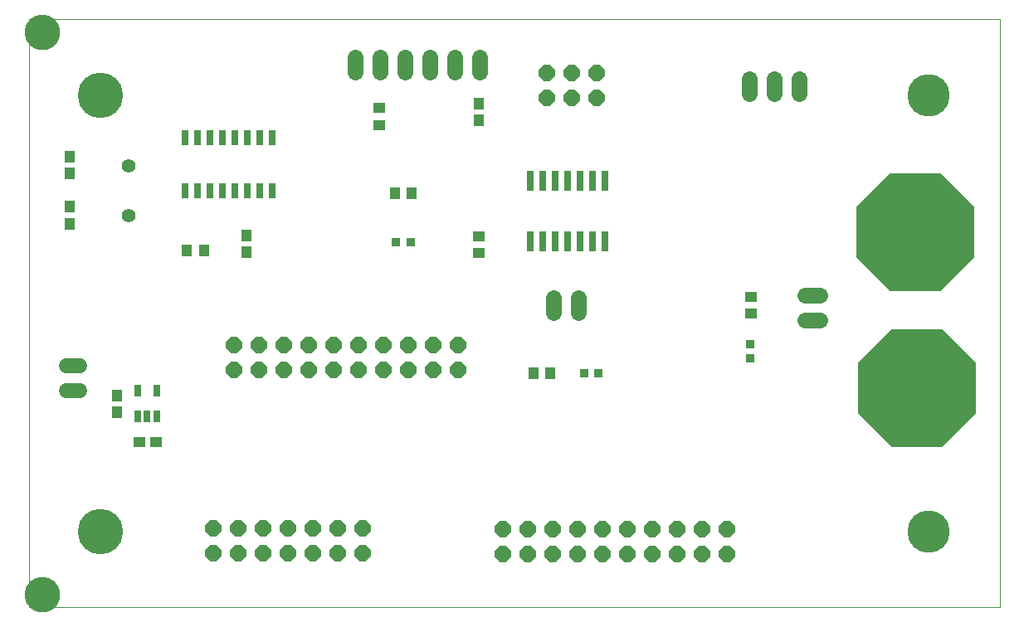
<source format=gts>
G75*
%MOIN*%
%OFA0B0*%
%FSLAX25Y25*%
%IPPOS*%
%LPD*%
%AMOC8*
5,1,8,0,0,1.08239X$1,22.5*
%
%ADD10C,0.00000*%
%ADD11C,0.14180*%
%ADD12R,0.04337X0.04731*%
%ADD13C,0.06400*%
%ADD14OC8,0.06400*%
%ADD15R,0.04731X0.04337*%
%ADD16R,0.02565X0.05124*%
%ADD17OC8,0.47644*%
%ADD18C,0.06000*%
%ADD19R,0.02900X0.06400*%
%ADD20C,0.05600*%
%ADD21R,0.03550X0.03550*%
%ADD22R,0.03000X0.08400*%
%ADD23C,0.18180*%
%ADD24C,0.16998*%
D10*
X0003500Y0003500D02*
X0003500Y0239720D01*
X0393264Y0239720D01*
X0393264Y0003500D01*
X0003500Y0003500D01*
X0001728Y0008618D02*
X0001730Y0008787D01*
X0001736Y0008956D01*
X0001747Y0009125D01*
X0001761Y0009293D01*
X0001780Y0009461D01*
X0001803Y0009629D01*
X0001829Y0009796D01*
X0001860Y0009962D01*
X0001895Y0010128D01*
X0001934Y0010292D01*
X0001978Y0010456D01*
X0002025Y0010618D01*
X0002076Y0010779D01*
X0002131Y0010939D01*
X0002190Y0011098D01*
X0002252Y0011255D01*
X0002319Y0011410D01*
X0002390Y0011564D01*
X0002464Y0011716D01*
X0002542Y0011866D01*
X0002623Y0012014D01*
X0002708Y0012160D01*
X0002797Y0012304D01*
X0002889Y0012446D01*
X0002985Y0012585D01*
X0003084Y0012722D01*
X0003186Y0012857D01*
X0003292Y0012989D01*
X0003401Y0013118D01*
X0003513Y0013245D01*
X0003628Y0013369D01*
X0003746Y0013490D01*
X0003867Y0013608D01*
X0003991Y0013723D01*
X0004118Y0013835D01*
X0004247Y0013944D01*
X0004379Y0014050D01*
X0004514Y0014152D01*
X0004651Y0014251D01*
X0004790Y0014347D01*
X0004932Y0014439D01*
X0005076Y0014528D01*
X0005222Y0014613D01*
X0005370Y0014694D01*
X0005520Y0014772D01*
X0005672Y0014846D01*
X0005826Y0014917D01*
X0005981Y0014984D01*
X0006138Y0015046D01*
X0006297Y0015105D01*
X0006457Y0015160D01*
X0006618Y0015211D01*
X0006780Y0015258D01*
X0006944Y0015302D01*
X0007108Y0015341D01*
X0007274Y0015376D01*
X0007440Y0015407D01*
X0007607Y0015433D01*
X0007775Y0015456D01*
X0007943Y0015475D01*
X0008111Y0015489D01*
X0008280Y0015500D01*
X0008449Y0015506D01*
X0008618Y0015508D01*
X0008787Y0015506D01*
X0008956Y0015500D01*
X0009125Y0015489D01*
X0009293Y0015475D01*
X0009461Y0015456D01*
X0009629Y0015433D01*
X0009796Y0015407D01*
X0009962Y0015376D01*
X0010128Y0015341D01*
X0010292Y0015302D01*
X0010456Y0015258D01*
X0010618Y0015211D01*
X0010779Y0015160D01*
X0010939Y0015105D01*
X0011098Y0015046D01*
X0011255Y0014984D01*
X0011410Y0014917D01*
X0011564Y0014846D01*
X0011716Y0014772D01*
X0011866Y0014694D01*
X0012014Y0014613D01*
X0012160Y0014528D01*
X0012304Y0014439D01*
X0012446Y0014347D01*
X0012585Y0014251D01*
X0012722Y0014152D01*
X0012857Y0014050D01*
X0012989Y0013944D01*
X0013118Y0013835D01*
X0013245Y0013723D01*
X0013369Y0013608D01*
X0013490Y0013490D01*
X0013608Y0013369D01*
X0013723Y0013245D01*
X0013835Y0013118D01*
X0013944Y0012989D01*
X0014050Y0012857D01*
X0014152Y0012722D01*
X0014251Y0012585D01*
X0014347Y0012446D01*
X0014439Y0012304D01*
X0014528Y0012160D01*
X0014613Y0012014D01*
X0014694Y0011866D01*
X0014772Y0011716D01*
X0014846Y0011564D01*
X0014917Y0011410D01*
X0014984Y0011255D01*
X0015046Y0011098D01*
X0015105Y0010939D01*
X0015160Y0010779D01*
X0015211Y0010618D01*
X0015258Y0010456D01*
X0015302Y0010292D01*
X0015341Y0010128D01*
X0015376Y0009962D01*
X0015407Y0009796D01*
X0015433Y0009629D01*
X0015456Y0009461D01*
X0015475Y0009293D01*
X0015489Y0009125D01*
X0015500Y0008956D01*
X0015506Y0008787D01*
X0015508Y0008618D01*
X0015506Y0008449D01*
X0015500Y0008280D01*
X0015489Y0008111D01*
X0015475Y0007943D01*
X0015456Y0007775D01*
X0015433Y0007607D01*
X0015407Y0007440D01*
X0015376Y0007274D01*
X0015341Y0007108D01*
X0015302Y0006944D01*
X0015258Y0006780D01*
X0015211Y0006618D01*
X0015160Y0006457D01*
X0015105Y0006297D01*
X0015046Y0006138D01*
X0014984Y0005981D01*
X0014917Y0005826D01*
X0014846Y0005672D01*
X0014772Y0005520D01*
X0014694Y0005370D01*
X0014613Y0005222D01*
X0014528Y0005076D01*
X0014439Y0004932D01*
X0014347Y0004790D01*
X0014251Y0004651D01*
X0014152Y0004514D01*
X0014050Y0004379D01*
X0013944Y0004247D01*
X0013835Y0004118D01*
X0013723Y0003991D01*
X0013608Y0003867D01*
X0013490Y0003746D01*
X0013369Y0003628D01*
X0013245Y0003513D01*
X0013118Y0003401D01*
X0012989Y0003292D01*
X0012857Y0003186D01*
X0012722Y0003084D01*
X0012585Y0002985D01*
X0012446Y0002889D01*
X0012304Y0002797D01*
X0012160Y0002708D01*
X0012014Y0002623D01*
X0011866Y0002542D01*
X0011716Y0002464D01*
X0011564Y0002390D01*
X0011410Y0002319D01*
X0011255Y0002252D01*
X0011098Y0002190D01*
X0010939Y0002131D01*
X0010779Y0002076D01*
X0010618Y0002025D01*
X0010456Y0001978D01*
X0010292Y0001934D01*
X0010128Y0001895D01*
X0009962Y0001860D01*
X0009796Y0001829D01*
X0009629Y0001803D01*
X0009461Y0001780D01*
X0009293Y0001761D01*
X0009125Y0001747D01*
X0008956Y0001736D01*
X0008787Y0001730D01*
X0008618Y0001728D01*
X0008449Y0001730D01*
X0008280Y0001736D01*
X0008111Y0001747D01*
X0007943Y0001761D01*
X0007775Y0001780D01*
X0007607Y0001803D01*
X0007440Y0001829D01*
X0007274Y0001860D01*
X0007108Y0001895D01*
X0006944Y0001934D01*
X0006780Y0001978D01*
X0006618Y0002025D01*
X0006457Y0002076D01*
X0006297Y0002131D01*
X0006138Y0002190D01*
X0005981Y0002252D01*
X0005826Y0002319D01*
X0005672Y0002390D01*
X0005520Y0002464D01*
X0005370Y0002542D01*
X0005222Y0002623D01*
X0005076Y0002708D01*
X0004932Y0002797D01*
X0004790Y0002889D01*
X0004651Y0002985D01*
X0004514Y0003084D01*
X0004379Y0003186D01*
X0004247Y0003292D01*
X0004118Y0003401D01*
X0003991Y0003513D01*
X0003867Y0003628D01*
X0003746Y0003746D01*
X0003628Y0003867D01*
X0003513Y0003991D01*
X0003401Y0004118D01*
X0003292Y0004247D01*
X0003186Y0004379D01*
X0003084Y0004514D01*
X0002985Y0004651D01*
X0002889Y0004790D01*
X0002797Y0004932D01*
X0002708Y0005076D01*
X0002623Y0005222D01*
X0002542Y0005370D01*
X0002464Y0005520D01*
X0002390Y0005672D01*
X0002319Y0005826D01*
X0002252Y0005981D01*
X0002190Y0006138D01*
X0002131Y0006297D01*
X0002076Y0006457D01*
X0002025Y0006618D01*
X0001978Y0006780D01*
X0001934Y0006944D01*
X0001895Y0007108D01*
X0001860Y0007274D01*
X0001829Y0007440D01*
X0001803Y0007607D01*
X0001780Y0007775D01*
X0001761Y0007943D01*
X0001747Y0008111D01*
X0001736Y0008280D01*
X0001730Y0008449D01*
X0001728Y0008618D01*
X0001728Y0234602D02*
X0001730Y0234771D01*
X0001736Y0234940D01*
X0001747Y0235109D01*
X0001761Y0235277D01*
X0001780Y0235445D01*
X0001803Y0235613D01*
X0001829Y0235780D01*
X0001860Y0235946D01*
X0001895Y0236112D01*
X0001934Y0236276D01*
X0001978Y0236440D01*
X0002025Y0236602D01*
X0002076Y0236763D01*
X0002131Y0236923D01*
X0002190Y0237082D01*
X0002252Y0237239D01*
X0002319Y0237394D01*
X0002390Y0237548D01*
X0002464Y0237700D01*
X0002542Y0237850D01*
X0002623Y0237998D01*
X0002708Y0238144D01*
X0002797Y0238288D01*
X0002889Y0238430D01*
X0002985Y0238569D01*
X0003084Y0238706D01*
X0003186Y0238841D01*
X0003292Y0238973D01*
X0003401Y0239102D01*
X0003513Y0239229D01*
X0003628Y0239353D01*
X0003746Y0239474D01*
X0003867Y0239592D01*
X0003991Y0239707D01*
X0004118Y0239819D01*
X0004247Y0239928D01*
X0004379Y0240034D01*
X0004514Y0240136D01*
X0004651Y0240235D01*
X0004790Y0240331D01*
X0004932Y0240423D01*
X0005076Y0240512D01*
X0005222Y0240597D01*
X0005370Y0240678D01*
X0005520Y0240756D01*
X0005672Y0240830D01*
X0005826Y0240901D01*
X0005981Y0240968D01*
X0006138Y0241030D01*
X0006297Y0241089D01*
X0006457Y0241144D01*
X0006618Y0241195D01*
X0006780Y0241242D01*
X0006944Y0241286D01*
X0007108Y0241325D01*
X0007274Y0241360D01*
X0007440Y0241391D01*
X0007607Y0241417D01*
X0007775Y0241440D01*
X0007943Y0241459D01*
X0008111Y0241473D01*
X0008280Y0241484D01*
X0008449Y0241490D01*
X0008618Y0241492D01*
X0008787Y0241490D01*
X0008956Y0241484D01*
X0009125Y0241473D01*
X0009293Y0241459D01*
X0009461Y0241440D01*
X0009629Y0241417D01*
X0009796Y0241391D01*
X0009962Y0241360D01*
X0010128Y0241325D01*
X0010292Y0241286D01*
X0010456Y0241242D01*
X0010618Y0241195D01*
X0010779Y0241144D01*
X0010939Y0241089D01*
X0011098Y0241030D01*
X0011255Y0240968D01*
X0011410Y0240901D01*
X0011564Y0240830D01*
X0011716Y0240756D01*
X0011866Y0240678D01*
X0012014Y0240597D01*
X0012160Y0240512D01*
X0012304Y0240423D01*
X0012446Y0240331D01*
X0012585Y0240235D01*
X0012722Y0240136D01*
X0012857Y0240034D01*
X0012989Y0239928D01*
X0013118Y0239819D01*
X0013245Y0239707D01*
X0013369Y0239592D01*
X0013490Y0239474D01*
X0013608Y0239353D01*
X0013723Y0239229D01*
X0013835Y0239102D01*
X0013944Y0238973D01*
X0014050Y0238841D01*
X0014152Y0238706D01*
X0014251Y0238569D01*
X0014347Y0238430D01*
X0014439Y0238288D01*
X0014528Y0238144D01*
X0014613Y0237998D01*
X0014694Y0237850D01*
X0014772Y0237700D01*
X0014846Y0237548D01*
X0014917Y0237394D01*
X0014984Y0237239D01*
X0015046Y0237082D01*
X0015105Y0236923D01*
X0015160Y0236763D01*
X0015211Y0236602D01*
X0015258Y0236440D01*
X0015302Y0236276D01*
X0015341Y0236112D01*
X0015376Y0235946D01*
X0015407Y0235780D01*
X0015433Y0235613D01*
X0015456Y0235445D01*
X0015475Y0235277D01*
X0015489Y0235109D01*
X0015500Y0234940D01*
X0015506Y0234771D01*
X0015508Y0234602D01*
X0015506Y0234433D01*
X0015500Y0234264D01*
X0015489Y0234095D01*
X0015475Y0233927D01*
X0015456Y0233759D01*
X0015433Y0233591D01*
X0015407Y0233424D01*
X0015376Y0233258D01*
X0015341Y0233092D01*
X0015302Y0232928D01*
X0015258Y0232764D01*
X0015211Y0232602D01*
X0015160Y0232441D01*
X0015105Y0232281D01*
X0015046Y0232122D01*
X0014984Y0231965D01*
X0014917Y0231810D01*
X0014846Y0231656D01*
X0014772Y0231504D01*
X0014694Y0231354D01*
X0014613Y0231206D01*
X0014528Y0231060D01*
X0014439Y0230916D01*
X0014347Y0230774D01*
X0014251Y0230635D01*
X0014152Y0230498D01*
X0014050Y0230363D01*
X0013944Y0230231D01*
X0013835Y0230102D01*
X0013723Y0229975D01*
X0013608Y0229851D01*
X0013490Y0229730D01*
X0013369Y0229612D01*
X0013245Y0229497D01*
X0013118Y0229385D01*
X0012989Y0229276D01*
X0012857Y0229170D01*
X0012722Y0229068D01*
X0012585Y0228969D01*
X0012446Y0228873D01*
X0012304Y0228781D01*
X0012160Y0228692D01*
X0012014Y0228607D01*
X0011866Y0228526D01*
X0011716Y0228448D01*
X0011564Y0228374D01*
X0011410Y0228303D01*
X0011255Y0228236D01*
X0011098Y0228174D01*
X0010939Y0228115D01*
X0010779Y0228060D01*
X0010618Y0228009D01*
X0010456Y0227962D01*
X0010292Y0227918D01*
X0010128Y0227879D01*
X0009962Y0227844D01*
X0009796Y0227813D01*
X0009629Y0227787D01*
X0009461Y0227764D01*
X0009293Y0227745D01*
X0009125Y0227731D01*
X0008956Y0227720D01*
X0008787Y0227714D01*
X0008618Y0227712D01*
X0008449Y0227714D01*
X0008280Y0227720D01*
X0008111Y0227731D01*
X0007943Y0227745D01*
X0007775Y0227764D01*
X0007607Y0227787D01*
X0007440Y0227813D01*
X0007274Y0227844D01*
X0007108Y0227879D01*
X0006944Y0227918D01*
X0006780Y0227962D01*
X0006618Y0228009D01*
X0006457Y0228060D01*
X0006297Y0228115D01*
X0006138Y0228174D01*
X0005981Y0228236D01*
X0005826Y0228303D01*
X0005672Y0228374D01*
X0005520Y0228448D01*
X0005370Y0228526D01*
X0005222Y0228607D01*
X0005076Y0228692D01*
X0004932Y0228781D01*
X0004790Y0228873D01*
X0004651Y0228969D01*
X0004514Y0229068D01*
X0004379Y0229170D01*
X0004247Y0229276D01*
X0004118Y0229385D01*
X0003991Y0229497D01*
X0003867Y0229612D01*
X0003746Y0229730D01*
X0003628Y0229851D01*
X0003513Y0229975D01*
X0003401Y0230102D01*
X0003292Y0230231D01*
X0003186Y0230363D01*
X0003084Y0230498D01*
X0002985Y0230635D01*
X0002889Y0230774D01*
X0002797Y0230916D01*
X0002708Y0231060D01*
X0002623Y0231206D01*
X0002542Y0231354D01*
X0002464Y0231504D01*
X0002390Y0231656D01*
X0002319Y0231810D01*
X0002252Y0231965D01*
X0002190Y0232122D01*
X0002131Y0232281D01*
X0002076Y0232441D01*
X0002025Y0232602D01*
X0001978Y0232764D01*
X0001934Y0232928D01*
X0001895Y0233092D01*
X0001860Y0233258D01*
X0001829Y0233424D01*
X0001803Y0233591D01*
X0001780Y0233759D01*
X0001761Y0233927D01*
X0001747Y0234095D01*
X0001736Y0234264D01*
X0001730Y0234433D01*
X0001728Y0234602D01*
D11*
X0008618Y0234602D03*
X0008618Y0008618D03*
D12*
X0038630Y0081995D03*
X0038630Y0088688D03*
X0090722Y0146312D03*
X0090722Y0153005D03*
X0073581Y0146773D03*
X0066889Y0146773D03*
X0019600Y0157676D03*
X0019600Y0164369D03*
X0019612Y0177796D03*
X0019612Y0184489D03*
X0150482Y0169887D03*
X0157175Y0169887D03*
X0184079Y0199207D03*
X0184079Y0205900D03*
X0206150Y0097543D03*
X0212843Y0097543D03*
D13*
X0214185Y0122018D02*
X0214185Y0128018D01*
X0224185Y0128018D02*
X0224185Y0122018D01*
X0314923Y0118709D02*
X0320923Y0118709D01*
X0320923Y0128709D02*
X0314923Y0128709D01*
X0312741Y0209981D02*
X0312741Y0215981D01*
X0302741Y0215981D02*
X0302741Y0209981D01*
X0292741Y0209981D02*
X0292741Y0215981D01*
X0184305Y0218562D02*
X0184305Y0224562D01*
X0174305Y0224562D02*
X0174305Y0218562D01*
X0164305Y0218562D02*
X0164305Y0224562D01*
X0154305Y0224562D02*
X0154305Y0218562D01*
X0144305Y0218562D02*
X0144305Y0224562D01*
X0134305Y0224562D02*
X0134305Y0218562D01*
D14*
X0211330Y0218087D03*
X0221330Y0218087D03*
X0221330Y0208087D03*
X0211330Y0208087D03*
X0231330Y0208087D03*
X0231330Y0218087D03*
X0175853Y0108728D03*
X0165853Y0108728D03*
X0155853Y0108728D03*
X0145853Y0108728D03*
X0135853Y0108728D03*
X0125853Y0108728D03*
X0115853Y0108728D03*
X0105853Y0108728D03*
X0095853Y0108728D03*
X0085853Y0108728D03*
X0085853Y0098728D03*
X0095853Y0098728D03*
X0105853Y0098728D03*
X0115853Y0098728D03*
X0125853Y0098728D03*
X0135853Y0098728D03*
X0145853Y0098728D03*
X0155853Y0098728D03*
X0165853Y0098728D03*
X0175853Y0098728D03*
X0193856Y0035020D03*
X0203856Y0035020D03*
X0213856Y0035020D03*
X0223856Y0035020D03*
X0233856Y0035020D03*
X0243856Y0035020D03*
X0253856Y0035020D03*
X0263856Y0035020D03*
X0273856Y0035020D03*
X0283856Y0035020D03*
X0283856Y0025020D03*
X0273856Y0025020D03*
X0263856Y0025020D03*
X0253856Y0025020D03*
X0243856Y0025020D03*
X0233856Y0025020D03*
X0223856Y0025020D03*
X0213856Y0025020D03*
X0203856Y0025020D03*
X0193856Y0025020D03*
X0137551Y0025335D03*
X0127551Y0025335D03*
X0117551Y0025335D03*
X0107551Y0025335D03*
X0097551Y0025335D03*
X0087551Y0025335D03*
X0077551Y0025335D03*
X0077551Y0035335D03*
X0087551Y0035335D03*
X0097551Y0035335D03*
X0107551Y0035335D03*
X0117551Y0035335D03*
X0127551Y0035335D03*
X0137551Y0035335D03*
D15*
X0054502Y0069769D03*
X0047809Y0069769D03*
X0183943Y0145933D03*
X0183943Y0152625D03*
X0144133Y0197334D03*
X0144133Y0204027D03*
X0293241Y0128122D03*
X0293241Y0121429D03*
D16*
X0054577Y0090457D03*
X0047097Y0090457D03*
X0047097Y0080220D03*
X0050837Y0080220D03*
X0054577Y0080220D03*
D17*
X0359969Y0091470D03*
X0359438Y0154056D03*
D18*
X0023894Y0100513D02*
X0018294Y0100513D01*
X0018294Y0090513D02*
X0023894Y0090513D01*
D19*
X0065950Y0170805D03*
X0070950Y0170805D03*
X0075950Y0170805D03*
X0080950Y0170805D03*
X0085950Y0170805D03*
X0090950Y0170805D03*
X0095950Y0170805D03*
X0100950Y0170805D03*
X0100950Y0192026D03*
X0095950Y0192026D03*
X0090950Y0192026D03*
X0085950Y0192026D03*
X0080950Y0192026D03*
X0075950Y0192026D03*
X0070950Y0192026D03*
X0065950Y0192026D03*
D20*
X0043258Y0180720D03*
X0043258Y0160720D03*
D21*
X0150876Y0150202D03*
X0156781Y0150202D03*
X0226250Y0097438D03*
X0232156Y0097438D03*
X0293124Y0103446D03*
X0293124Y0109352D03*
D22*
X0234747Y0150672D03*
X0229747Y0150672D03*
X0224747Y0150672D03*
X0219747Y0150672D03*
X0214747Y0150672D03*
X0209747Y0150672D03*
X0204747Y0150672D03*
X0204747Y0174872D03*
X0209747Y0174872D03*
X0214747Y0174872D03*
X0219747Y0174872D03*
X0224747Y0174872D03*
X0229747Y0174872D03*
X0234747Y0174872D03*
D23*
X0032043Y0209209D03*
X0032043Y0034012D03*
D24*
X0364720Y0034012D03*
X0364720Y0209209D03*
M02*

</source>
